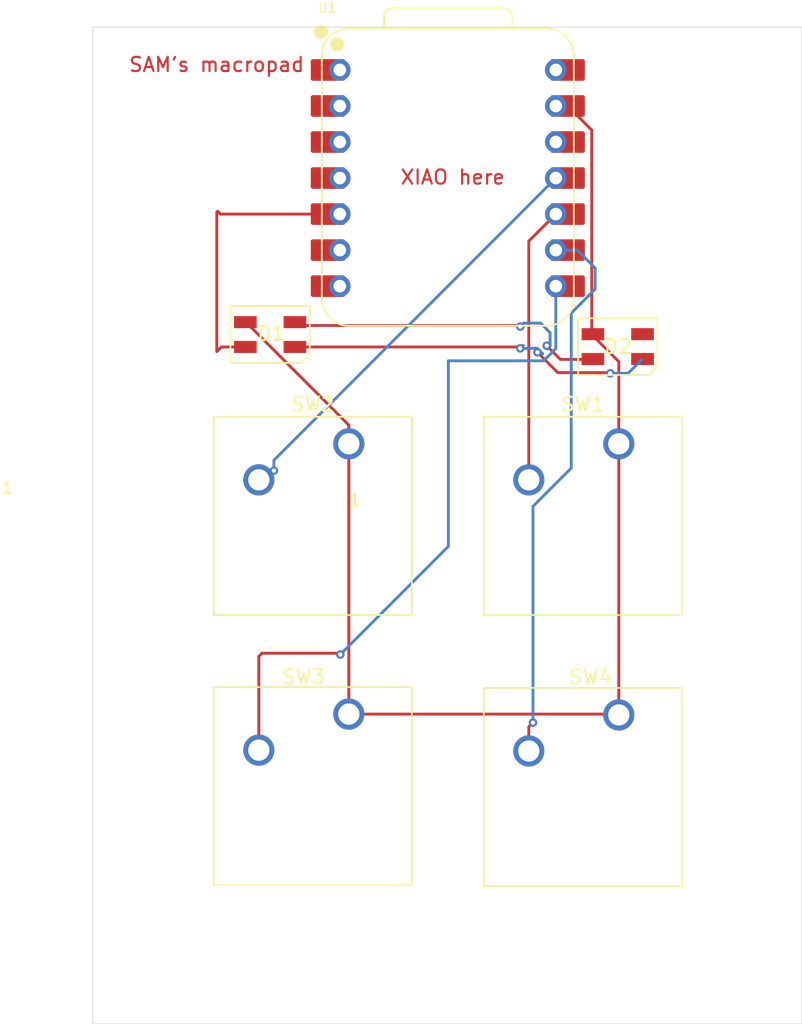
<source format=kicad_pcb>
(kicad_pcb (version 20241229) (generator "pcbnew") (generator_version "9.0")
  (layers (0 "F.Cu" signal) (2 "B.Cu" signal) (13 "F.Paste" user) (15 "B.Paste" user) (5 "F.SilkS" user "F.Silkscreen") (7 "B.SilkS" user "B.Silkscreen") (1 "F.Mask" user) (3 "B.Mask" user) (25 "Edge.Cuts" user))
  (net 0 "")
  (net 1 "GND")
  (net 2 "Net-(D1-DIN)")
  (net 3 "Net-(D1-VDD)")
  (net 4 "Net-(D1-VSS)")
  (net 6 "Net-(U1-GPIO4{slash}MISO)")
  (net 7 "Net-(U1-GPIO3{slash}MOSI)")
  (net 8 "Net-(U1-GPIO2{slash}SCK)")
  (net 9 "Net-(U1-GPIO1{slash}RX)")
  (net 11 "+5V")
  (footprint "Button_Switch_Keyboard:SW_Cherry_MX_1.00u_PCB" (layer "F.Cu") (at 107.215 128.4025)
    (property "Reference" "SW2" (at -2.54 -2.794 0) (layer "F.SilkS"))
    (property "Value" "SW_Push")
    (fp_line (start -9.525 -1.905) (end 4.445 -1.905) (stroke (width 0.12)) (layer "F.SilkS"))
    (fp_line (start -9.525 12.065) (end -9.525 -1.905) (stroke (width 0.12)) (layer "F.SilkS"))
    (fp_line (start 4.445 -1.905) (end 4.445 12.065) (stroke (width 0.12)) (layer "F.SilkS"))
    (fp_line (start 4.445 12.065) (end -9.525 12.065) (stroke (width 0.12)) (layer "F.SilkS"))
    (pad "" np_thru_hole circle (at -7.62 5.08) (size 1.7 1.7) (drill 1.7) (layers "*.Cu" "*.Mask"))
    (pad "" np_thru_hole circle (at -2.54 5.08) (size 4 4) (drill 4) (layers "*.Cu" "*.Mask"))
    (pad "" np_thru_hole circle (at 2.54 5.08) (size 1.7 1.7) (drill 1.7) (layers "*.Cu" "*.Mask"))
    (pad "1" thru_hole circle (at 0 0) (size 2.2 2.2) (drill 1.5) (layers "*.Cu" "*.Mask") (net 1 "GND"))
    (pad "2" thru_hole circle (at -6.35 2.54) (size 2.2 2.2) (drill 1.5) (layers "*.Cu" "*.Mask") (net 7 "Net-(U1-GPIO3{slash}MOSI)"))
  )
  (footprint "Button_Switch_Keyboard:SW_Cherry_MX_1.00u_PCB" (layer "F.Cu") (at 126.265 128.4025)
    (property "Reference" "SW1" (at -2.54 -2.794 0) (layer "F.SilkS"))
    (property "Value" "SW_Push")
    (fp_line (start -9.525 -1.905) (end 4.445 -1.905) (stroke (width 0.12)) (layer "F.SilkS"))
    (fp_line (start -9.525 12.065) (end -9.525 -1.905) (stroke (width 0.12)) (layer "F.SilkS"))
    (fp_line (start 4.445 -1.905) (end 4.445 12.065) (stroke (width 0.12)) (layer "F.SilkS"))
    (fp_line (start 4.445 12.065) (end -9.525 12.065) (stroke (width 0.12)) (layer "F.SilkS"))
    (pad "" np_thru_hole circle (at -7.62 5.08) (size 1.7 1.7) (drill 1.7) (layers "*.Cu" "*.Mask"))
    (pad "" np_thru_hole circle (at -2.54 5.08) (size 4 4) (drill 4) (layers "*.Cu" "*.Mask"))
    (pad "" np_thru_hole circle (at 2.54 5.08) (size 1.7 1.7) (drill 1.7) (layers "*.Cu" "*.Mask"))
    (pad "1" thru_hole circle (at 0 0) (size 2.2 2.2) (drill 1.5) (layers "*.Cu" "*.Mask") (net 1 "GND"))
    (pad "2" thru_hole circle (at -6.35 2.54) (size 2.2 2.2) (drill 1.5) (layers "*.Cu" "*.Mask") (net 6 "Net-(U1-GPIO4{slash}MISO)"))
  )
  (footprint "LED_SMD:LED_SK6812MINI_PLCC4_3.5x3.5mm_P1.75mm" (layer "F.Cu") (at 101.6625 120.70125)
    (property "Reference" "D1" (at 0.0675 -0.06875 0) (layer "F.SilkS"))
    (property "Value" "SK6812MINI")
    (fp_line (start -2.8 -2) (end -2.8 2) (stroke (width 0.12)) (layer "F.SilkS"))
    (fp_line (start -2.8 -2) (end 2.8 -2) (stroke (width 0.12)) (layer "F.SilkS"))
    (fp_line (start -2.8 2) (end 2.2 2) (stroke (width 0.12)) (layer "F.SilkS"))
    (fp_line (start 2.8 1.4) (end 2.2 2) (stroke (width 0.12)) (layer "F.SilkS"))
    (fp_line (start 2.8 1.4) (end 2.8 -2) (stroke (width 0.12)) (layer "F.SilkS"))
    (fp_text user "1" (at -18.53475 10.82425 0) (layer "F.SilkS") (effects (font (size 0.8 0.8))))
    (pad "1" smd rect (at -1.75 -0.875) (size 1.6 0.85) (layers "F.Cu" "F.Mask" "F.Paste") (net 1 "GND"))
    (pad "2" smd rect (at -1.75 0.875) (size 1.6 0.85) (layers "F.Cu" "F.Mask" "F.Paste") (net 4 "Net-(D1-VSS)"))
    (pad "3" smd rect (at 1.75 0.875) (size 1.6 0.85) (layers "F.Cu" "F.Mask" "F.Paste") (net 2 "Net-(D1-DIN)"))
    (pad "4" smd rect (at 1.75 -0.875) (size 1.6 0.85) (layers "F.Cu" "F.Mask" "F.Paste") (net 3 "Net-(D1-VDD)"))
  )
  (footprint "Seeed Studio XIAO Series Library:XIAO-RP2040-DIP" (layer "F.Cu") (at 114.2 109.67)
    (property "Reference" "U1" (at -8.5 -12 0) (layer "F.SilkS") (effects (font (size 0.635 0.635) (thickness 0.1016))))
    (property "Value" "XIAO-RP2040-DIP")
    (fp_line (start -8.89 8.509) (end -8.89 -8.636) (stroke (width 0.127)) (layer "F.SilkS"))
    (fp_line (start -6.985 10.414) (end 6.985 10.414) (stroke (width 0.127)) (layer "F.SilkS"))
    (fp_line (start -4.495 -10.541) (end -4.491272 -11.451272) (stroke (width 0.127)) (layer "F.SilkS"))
    (fp_line (start -3.991272 -11.951) (end 4.004 -11.951) (stroke (width 0.127)) (layer "F.SilkS"))
    (fp_line (start 4.504 -11.451) (end 4.504 -10.541) (stroke (width 0.127)) (layer "F.SilkS"))
    (fp_line (start 6.985 -10.541) (end -6.985 -10.541) (stroke (width 0.1)) (layer "F.SilkS"))
    (fp_line (start 6.985 -10.541) (end -6.985 -10.541) (stroke (width 0.127)) (layer "F.SilkS"))
    (fp_line (start 8.89 8.509) (end 8.89 -8.636) (stroke (width 0.127)) (layer "F.SilkS"))
    (fp_arc (start -8.89 -8.636) (mid -8.332038 -9.983038) (end -6.985 -10.541) (stroke (width 0.127)) (layer "F.SilkS"))
    (fp_arc (start -6.985 10.414) (mid -8.332038 9.856038) (end -8.89 8.509) (stroke (width 0.127)) (layer "F.SilkS"))
    (fp_arc (start -4.491272 -11.451272) (mid -4.344728 -11.80464) (end -3.991272 -11.951) (stroke (width 0.127)) (layer "F.SilkS"))
    (fp_arc (start 4.004 -11.951) (mid 4.357553 -11.804553) (end 4.504 -11.451) (stroke (width 0.127)) (layer "F.SilkS"))
    (fp_arc (start 6.985 -10.541) (mid 8.332038 -9.983038) (end 8.89 -8.636) (stroke (width 0.127)) (layer "F.SilkS"))
    (fp_arc (start 8.89 8.509) (mid 8.332038 9.856038) (end 6.985 10.414) (stroke (width 0.127)) (layer "F.SilkS"))
    (fp_circle (center -8.95 -10.3) (end -8.95 -10.554) (stroke (width 0.5)) (fill yes) (layer "F.SilkS"))
    (fp_circle (center -7.807 -9.42) (end -7.807 -9.674) (stroke (width 0.5)) (fill yes) (layer "F.SilkS"))
    (pad "1" smd roundrect (at -8.455 -7.62 180) (size 2.432 1.524) (layers "F.Cu" "F.Mask") (roundrect_rratio 0.1))
    (pad "1" thru_hole circle (at -7.62 -7.62 180) (size 1.524 1.524) (drill 0.889) (layers "*.Cu" "*.Mask"))
    (pad "2" smd roundrect (at -8.455 -5.08 180) (size 2.432 1.524) (layers "F.Cu" "F.Mask") (roundrect_rratio 0.1))
    (pad "2" thru_hole circle (at -7.62 -5.08 180) (size 1.524 1.524) (drill 0.889) (layers "*.Cu" "*.Mask"))
    (pad "3" smd roundrect (at -8.455 -2.54 180) (size 2.432 1.524) (layers "F.Cu" "F.Mask") (roundrect_rratio 0.1))
    (pad "3" thru_hole circle (at -7.62 -2.54 180) (size 1.524 1.524) (drill 0.889) (layers "*.Cu" "*.Mask"))
    (pad "4" smd roundrect (at -8.455 0 180) (size 2.432 1.524) (layers "F.Cu" "F.Mask") (roundrect_rratio 0.1))
    (pad "4" thru_hole circle (at -7.62 0 180) (size 1.524 1.524) (drill 0.889) (layers "*.Cu" "*.Mask"))
    (pad "5" smd roundrect (at -8.455 2.54 180) (size 2.432 1.524) (layers "F.Cu" "F.Mask") (roundrect_rratio 0.1) (net 4 "Net-(D1-VSS)"))
    (pad "5" thru_hole circle (at -7.62 2.54 180) (size 1.524 1.524) (drill 0.889) (layers "*.Cu" "*.Mask") (net 4 "Net-(D1-VSS)"))
    (pad "6" smd roundrect (at -8.455 5.08 180) (size 2.432 1.524) (layers "F.Cu" "F.Mask") (roundrect_rratio 0.1))
    (pad "6" thru_hole circle (at -7.62 5.08 180) (size 1.524 1.524) (drill 0.889) (layers "*.Cu" "*.Mask"))
    (pad "7" smd roundrect (at -8.455 7.62 180) (size 2.432 1.524) (layers "F.Cu" "F.Mask") (roundrect_rratio 0.1))
    (pad "7" thru_hole circle (at -7.62 7.62 180) (size 1.524 1.524) (drill 0.889) (layers "*.Cu" "*.Mask"))
    (pad "8" thru_hole circle (at 7.62 7.62) (size 1.524 1.524) (drill 0.889) (layers "*.Cu" "*.Mask") (net 9 "Net-(U1-GPIO1{slash}RX)"))
    (pad "8" smd roundrect (at 8.455 7.62) (size 2.432 1.524) (layers "F.Cu" "F.Mask") (roundrect_rratio 0.1) (net 9 "Net-(U1-GPIO1{slash}RX)"))
    (pad "9" thru_hole circle (at 7.62 5.08) (size 1.524 1.524) (drill 0.889) (layers "*.Cu" "*.Mask") (net 8 "Net-(U1-GPIO2{slash}SCK)"))
    (pad "9" smd roundrect (at 8.455 5.08) (size 2.432 1.524) (layers "F.Cu" "F.Mask") (roundrect_rratio 0.1) (net 8 "Net-(U1-GPIO2{slash}SCK)"))
    (pad "10" thru_hole circle (at 7.62 2.54) (size 1.524 1.524) (drill 0.889) (layers "*.Cu" "*.Mask") (net 6 "Net-(U1-GPIO4{slash}MISO)"))
    (pad "10" smd roundrect (at 8.455 2.54) (size 2.432 1.524) (layers "F.Cu" "F.Mask") (roundrect_rratio 0.1) (net 6 "Net-(U1-GPIO4{slash}MISO)"))
    (pad "11" thru_hole circle (at 7.62 0) (size 1.524 1.524) (drill 0.889) (layers "*.Cu" "*.Mask") (net 7 "Net-(U1-GPIO3{slash}MOSI)"))
    (pad "11" smd roundrect (at 8.455 0) (size 2.432 1.524) (layers "F.Cu" "F.Mask") (roundrect_rratio 0.1) (net 7 "Net-(U1-GPIO3{slash}MOSI)"))
    (pad "12" thru_hole circle (at 7.62 -2.54) (size 1.524 1.524) (drill 0.889) (layers "*.Cu" "*.Mask"))
    (pad "12" smd roundrect (at 8.455 -2.54) (size 2.432 1.524) (layers "F.Cu" "F.Mask") (roundrect_rratio 0.1))
    (pad "13" thru_hole circle (at 7.62 -5.08) (size 1.524 1.524) (drill 0.889) (layers "*.Cu" "*.Mask") (net 1 "GND"))
    (pad "13" smd roundrect (at 8.455 -5.08) (size 2.432 1.524) (layers "F.Cu" "F.Mask") (roundrect_rratio 0.1) (net 1 "GND"))
    (pad "14" thru_hole circle (at 7.62 -7.62) (size 1.524 1.524) (drill 0.889) (layers "*.Cu" "*.Mask") (net 11 "+5V"))
    (pad "14" smd roundrect (at 8.455 -7.62) (size 2.432 1.524) (layers "F.Cu" "F.Mask") (roundrect_rratio 0.1) (net 11 "+5V"))
  )
  (footprint "Button_Switch_Keyboard:SW_Cherry_MX_1.00u_PCB" (layer "F.Cu") (at 126.265 147.5125)
    (property "Reference" "SW3" (at -22.245 -2.68 0) (layer "F.SilkS"))
    (property "Value" "SW_Push")
    (fp_line (start -9.525 -1.905) (end 4.445 -1.905) (stroke (width 0.12)) (layer "F.SilkS"))
    (fp_line (start -9.525 12.065) (end -9.525 -1.905) (stroke (width 0.12)) (layer "F.SilkS"))
    (fp_line (start 4.445 -1.905) (end 4.445 12.065) (stroke (width 0.12)) (layer "F.SilkS"))
    (fp_line (start 4.445 12.065) (end -9.525 12.065) (stroke (width 0.12)) (layer "F.SilkS"))
    (pad "" np_thru_hole circle (at -7.62 5.08) (size 1.7 1.7) (drill 1.7) (layers "*.Cu" "*.Mask"))
    (pad "" np_thru_hole circle (at -2.54 5.08) (size 4 4) (drill 4) (layers "*.Cu" "*.Mask"))
    (pad "" np_thru_hole circle (at 2.54 5.08) (size 1.7 1.7) (drill 1.7) (layers "*.Cu" "*.Mask"))
    (pad "1" thru_hole circle (at 0 0) (size 2.2 2.2) (drill 1.5) (layers "*.Cu" "*.Mask") (net 1 "GND"))
    (pad "2" thru_hole circle (at -6.35 2.54) (size 2.2 2.2) (drill 1.5) (layers "*.Cu" "*.Mask") (net 8 "Net-(U1-GPIO2{slash}SCK)"))
  )
  (footprint "LED_SMD:LED_SK6812MINI_PLCC4_3.5x3.5mm_P1.75mm" (layer "F.Cu") (at 126.19125 121.55125)
    (property "Reference" "D2" (at 0 0 0) (layer "F.SilkS"))
    (property "Value" "SK6812MINI")
    (fp_line (start -2.8 -2) (end -2.8 2) (stroke (width 0.12)) (layer "F.SilkS"))
    (fp_line (start -2.8 -2) (end 2.8 -2) (stroke (width 0.12)) (layer "F.SilkS"))
    (fp_line (start -2.8 2) (end 2.2 2) (stroke (width 0.12)) (layer "F.SilkS"))
    (fp_line (start 2.8 1.4) (end 2.2 2) (stroke (width 0.12)) (layer "F.SilkS"))
    (fp_line (start 2.8 1.4) (end 2.8 -2) (stroke (width 0.12)) (layer "F.SilkS"))
    (fp_text user "1" (at -18.53475 10.82425 0) (layer "F.SilkS") (effects (font (size 0.8 0.8))))
    (pad "1" smd rect (at -1.75 -0.875) (size 1.6 0.85) (layers "F.Cu" "F.Mask" "F.Paste") (net 1 "GND"))
    (pad "2" smd rect (at -1.75 0.875) (size 1.6 0.85) (layers "F.Cu" "F.Mask" "F.Paste") (net 3 "Net-(D1-VDD)"))
    (pad "3" smd rect (at 1.75 0.875) (size 1.6 0.85) (layers "F.Cu" "F.Mask" "F.Paste") (net 2 "Net-(D1-DIN)"))
    (pad "4" smd rect (at 1.75 -0.875) (size 1.6 0.85) (layers "F.Cu" "F.Mask" "F.Paste"))
  )
  (footprint "Button_Switch_Keyboard:SW_Cherry_MX_1.00u_PCB" (layer "F.Cu") (at 107.215 147.4525)
    (property "Reference" "SW4" (at 17.075 -2.61 0) (layer "F.SilkS"))
    (property "Value" "SW_Push")
    (fp_line (start -9.525 -1.905) (end 4.445 -1.905) (stroke (width 0.12)) (layer "F.SilkS"))
    (fp_line (start -9.525 12.065) (end -9.525 -1.905) (stroke (width 0.12)) (layer "F.SilkS"))
    (fp_line (start 4.445 -1.905) (end 4.445 12.065) (stroke (width 0.12)) (layer "F.SilkS"))
    (fp_line (start 4.445 12.065) (end -9.525 12.065) (stroke (width 0.12)) (layer "F.SilkS"))
    (pad "" np_thru_hole circle (at -7.62 5.08) (size 1.7 1.7) (drill 1.7) (layers "*.Cu" "*.Mask"))
    (pad "" np_thru_hole circle (at -2.54 5.08) (size 4 4) (drill 4) (layers "*.Cu" "*.Mask"))
    (pad "" np_thru_hole circle (at 2.54 5.08) (size 1.7 1.7) (drill 1.7) (layers "*.Cu" "*.Mask"))
    (pad "1" thru_hole circle (at 0 0) (size 2.2 2.2) (drill 1.5) (layers "*.Cu" "*.Mask") (net 1 "GND"))
    (pad "2" thru_hole circle (at -6.35 2.54) (size 2.2 2.2) (drill 1.5) (layers "*.Cu" "*.Mask") (net 9 "Net-(U1-GPIO1{slash}RX)"))
  )
  (gr_rect (start 89.15 99.03) (end 139.18 169.29) (stroke (width 0.05)) (fill no) (layer "Edge.Cuts"))
  (gr_text "SAM's macropad" (at 91.62 102.26 0) (layer "F.Cu") (effects (font (size 1 1)) (justify left bottom)))
  (gr_text "XIAO here" (at 110.78 110.1925 0) (layer "F.Cu") (effects (font (size 1 1)) (justify left bottom)))
  (segment (start 107.215 147.1575) (end 107.215 128.4025) (width 0.2) (layer "F.Cu") (net 1))
  (segment (start 126.205 147.4525) (end 126.265 147.5125) (width 0.2) (layer "F.Cu") (net 1))
  (segment (start 107.09 147.2825) (end 107.215 147.1575) (width 0.2) (layer "F.Cu") (net 1))
  (segment (start 124.35625 120.70125) (end 124.35625 106.29125) (width 0.2) (layer "F.Cu") (net 1))
  (segment (start 107.215 147.4075) (end 107.09 147.2825) (width 0.2) (layer "F.Cu") (net 1))
  (segment (start 126.265 128.4025) (end 126.265 122.61) (width 0.2) (layer "F.Cu") (net 1))
  (segment (start 107.215 147.4525) (end 107.215 147.4075) (width 0.2) (layer "F.Cu") (net 1))
  (segment (start 107.215 127.08525) (end 99.956 119.82625) (width 0.2) (layer "F.Cu") (net 1))
  (segment (start 107.215 147.4525) (end 126.205 147.4525) (width 0.2) (layer "F.Cu") (net 1))
  (segment (start 126.265 122.61) (end 124.35625 120.70125) (width 0.2) (layer "F.Cu") (net 1))
  (segment (start 99.956 119.82625) (end 99.9125 119.82625) (width 0.2) (layer "F.Cu") (net 1))
  (segment (start 107.215 128.4025) (end 107.215 127.08525) (width 0.2) (layer "F.Cu") (net 1))
  (segment (start 124.35625 106.29125) (end 122.655 104.59) (width 0.2) (layer "F.Cu") (net 1))
  (segment (start 126.265 147.5125) (end 126.265 128.4025) (width 0.2) (layer "F.Cu") (net 1))
  (segment (start 119.42025 121.57625) (end 119.514 121.4825) (width 0.2) (layer "F.Cu") (net 2))
  (segment (start 119.505 121.4825) (end 119.315 121.6725) (width 0.2) (layer "F.Cu") (net 2))
  (segment (start 125.715 123.3825) (end 125.665 123.4325) (width 0.2) (layer "F.Cu") (net 2))
  (segment (start 125.864 123.3825) (end 125.715 123.3825) (width 0.2) (layer "F.Cu") (net 2))
  (segment (start 121.959464 123.3825) (end 125.864 123.3825) (width 0.2) (layer "F.Cu") (net 2))
  (segment (start 119.514 121.4825) (end 119.505 121.4825) (width 0.2) (layer "F.Cu") (net 2))
  (segment (start 103.4125 121.57625) (end 119.42025 121.57625) (width 0.2) (layer "F.Cu") (net 2))
  (segment (start 120.529464 121.9525) (end 121.959464 123.3825) (width 0.2) (layer "F.Cu") (net 2))
  (via (at 120.529464 121.9525) (size 0.6) (drill 0.3) (layers "F.Cu" "B.Cu") (net 2))
  (via (at 119.315 121.6725) (size 0.6) (drill 0.3) (layers "F.Cu" "B.Cu") (net 2))
  (via (at 125.665 123.4325) (size 0.6) (drill 0.3) (layers "F.Cu" "B.Cu") (net 2))
  (segment (start 126.92 123.4325) (end 125.665 123.4325) (width 0.2) (layer "B.Cu") (net 2))
  (segment (start 127 123.3525) (end 126.92 123.4325) (width 0.2) (layer "B.Cu") (net 2))
  (segment (start 127.88 122.4725) (end 127.88 122.4625) (width 0.2) (layer "B.Cu") (net 2))
  (segment (start 119.315 121.6725) (end 120.41 121.6725) (width 0.2) (layer "B.Cu") (net 2))
  (segment (start 120.41 121.6725) (end 120.516157 121.6725) (width 0.2) (layer "B.Cu") (net 2))
  (segment (start 120.41 121.6725) (end 120.41 121.833036) (width 0.2) (layer "B.Cu") (net 2))
  (segment (start 120.516157 121.6725) (end 120.894529 122.050872) (width 0.2) (layer "B.Cu") (net 2))
  (segment (start 127 123.3525) (end 127.88 122.4725) (width 0.2) (layer "B.Cu") (net 2))
  (segment (start 120.41 121.833036) (end 120.529464 121.9525) (width 0.2) (layer "B.Cu") (net 2))
  (segment (start 119.235 120.0625) (end 119.315 120.1425) (width 0.2) (layer "F.Cu") (net 3))
  (segment (start 103.64875 120.0625) (end 118.67 120.0625) (width 0.2) (layer "F.Cu") (net 3))
  (segment (start 122.14485 122.45125) (end 124.35625 122.45125) (width 0.2) (layer "F.Cu") (net 3))
  (segment (start 103.4125 119.82625) (end 103.64875 120.0625) (width 0.2) (layer "F.Cu") (net 3))
  (segment (start 118.67 120.0625) (end 119.235 120.0625) (width 0.2) (layer "F.Cu") (net 3))
  (segment (start 121.178785 121.485185) (end 122.14485 122.45125) (width 0.2) (layer "F.Cu") (net 3))
  (via (at 119.315 120.1425) (size 0.6) (drill 0.3) (layers "F.Cu" "B.Cu") (net 3))
  (via (at 121.178785 121.485185) (size 0.6) (drill 0.3) (layers "F.Cu" "B.Cu") (net 3))
  (segment (start 121.419 121.5264) (end 121.23145 121.71395) (width 0.2) (layer "B.Cu") (net 3))
  (segment (start 120.74 119.8925) (end 121.419 120.5715) (width 0.2) (layer "B.Cu") (net 3))
  (segment (start 119.565 119.8925) (end 120.74 119.8925) (width 0.2) (layer "B.Cu") (net 3))
  (segment (start 121.23145 121.71395) (end 121.178785 121.661285) (width 0.2) (layer "B.Cu") (net 3))
  (segment (start 121.178785 121.661285) (end 121.178785 121.485185) (width 0.2) (layer "B.Cu") (net 3))
  (segment (start 121.419 120.5715) (end 121.419 121.5264) (width 0.2) (layer "B.Cu") (net 3))
  (segment (start 119.315 120.1425) (end 119.565 119.8925) (width 0.2) (layer "B.Cu") (net 3))
  (segment (start 98.22625 121.57625) (end 97.9 121.9025) (width 0.2) (layer "F.Cu") (net 4))
  (segment (start 99.9125 121.57625) (end 98.22625 121.57625) (width 0.2) (layer "F.Cu") (net 4))
  (segment (start 98.1575 112.21) (end 105.745 112.21) (width 0.2) (layer "F.Cu") (net 4))
  (segment (start 97.9 112.0725) (end 97.96 112.0125) (width 0.2) (layer "F.Cu") (net 4))
  (segment (start 97.9 121.9025) (end 97.9 112.0725) (width 0.2) (layer "F.Cu") (net 4))
  (segment (start 97.96 112.0125) (end 98.1575 112.21) (width 0.2) (layer "F.Cu") (net 4))
  (segment (start 119.915 114.115) (end 121.82 112.21) (width 0.2) (layer "F.Cu") (net 6))
  (segment (start 119.915 130.9425) (end 119.915 114.115) (width 0.2) (layer "F.Cu") (net 6))
  (segment (start 101.28 130.9425) (end 101.93 130.2925) (width 0.2) (layer "F.Cu") (net 7))
  (segment (start 100.865 130.9425) (end 101.28 130.9425) (width 0.2) (layer "F.Cu") (net 7))
  (via (at 101.93 130.2925) (size 0.6) (drill 0.3) (layers "F.Cu" "B.Cu") (net 7))
  (segment (start 101.93 130.2925) (end 101.93 129.56) (width 0.2) (layer "B.Cu") (net 7))
  (segment (start 101.93 129.56) (end 121.82 109.67) (width 0.2) (layer "B.Cu") (net 7))
  (segment (start 119.915 150.0525) (end 119.915 148.3475) (width 0.2) (layer "F.Cu") (net 8))
  (segment (start 119.915 148.3475) (end 120.21 148.0525) (width 0.2) (layer "F.Cu") (net 8))
  (via (at 120.21 148.0525) (size 0.6) (drill 0.3) (layers "F.Cu" "B.Cu") (net 8))
  (segment (start 123.3375 114.75) (end 121.82 114.75) (width 0.2) (layer "B.Cu") (net 8))
  (segment (start 124.6 117.5025) (end 124.6 116.0125) (width 0.2) (layer "B.Cu") (net 8))
  (segment (start 122.91 119.1925) (end 124.6 117.5025) (width 0.2) (layer "B.Cu") (net 8))
  (segment (start 124.6 116.0125) (end 123.3375 114.75) (width 0.2) (layer "B.Cu") (net 8))
  (segment (start 120.21 132.8125) (end 122.91 130.1125) (width 0.2) (layer "B.Cu") (net 8))
  (segment (start 120.21 148.0525) (end 120.21 132.8125) (width 0.2) (layer "B.Cu") (net 8))
  (segment (start 122.91 130.1125) (end 122.91 119.1925) (width 0.2) (layer "B.Cu") (net 8))
  (segment (start 101.09 143.1625) (end 106.525 143.1625) (width 0.2) (layer "F.Cu") (net 9))
  (segment (start 100.865 149.9925) (end 100.865 143.3875) (width 0.2) (layer "F.Cu") (net 9))
  (segment (start 100.865 143.3875) (end 101.09 143.1625) (width 0.2) (layer "F.Cu") (net 9))
  (segment (start 106.525 143.1625) (end 106.615 143.2525) (width 0.2) (layer "F.Cu") (net 9))
  (via (at 106.615 143.2525) (size 0.6) (drill 0.3) (layers "F.Cu" "B.Cu") (net 9))
  (segment (start 120.96 122.5525) (end 121.82 121.6925) (width 0.2) (layer "B.Cu") (net 9))
  (segment (start 114.24 135.6275) (end 114.24 122.5525) (width 0.2) (layer "B.Cu") (net 9))
  (segment (start 106.615 143.2525) (end 114.24 135.6275) (width 0.2) (layer "B.Cu") (net 9))
  (segment (start 114.24 122.5525) (end 120.96 122.5525) (width 0.2) (layer "B.Cu") (net 9))
  (segment (start 121.82 121.6925) (end 121.82 117.29) (width 0.2) (layer "B.Cu") (net 9))
)
</source>
